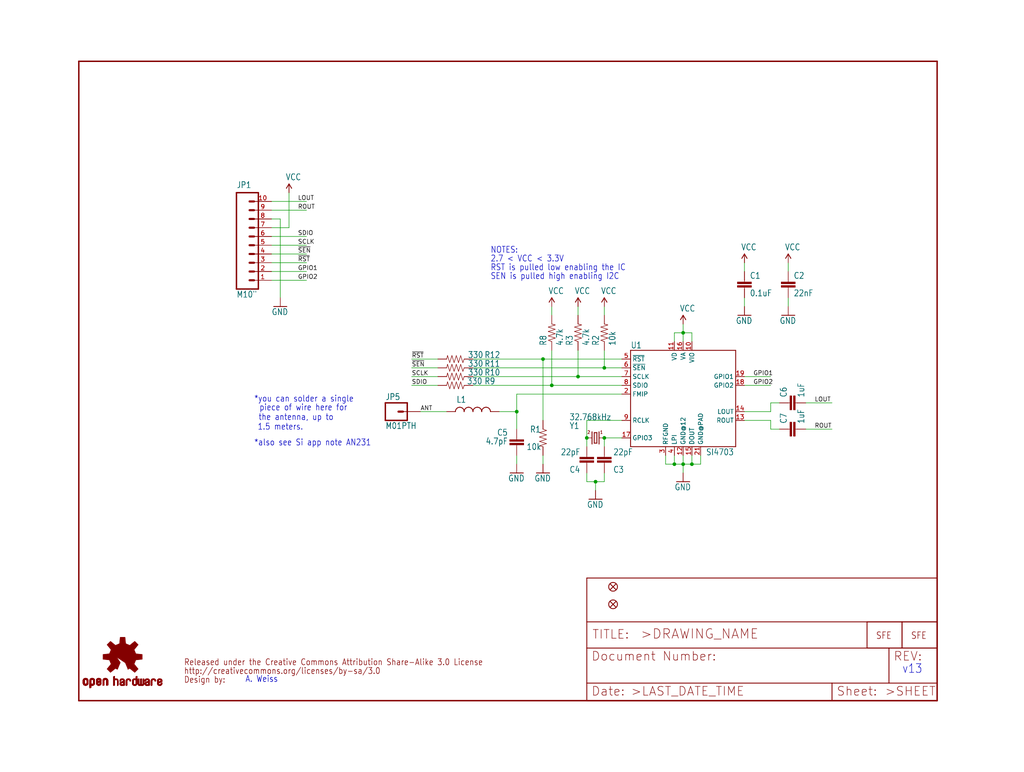
<source format=kicad_sch>
(kicad_sch (version 20211123) (generator eeschema)
  (paper "User" 297.002 223.926)
  (lib_symbols
    (symbol "eagleSchem-eagle-import:CAP0402-CAP"
      (property "Reference" "C" (at 1.524 2.921 0))
      (property "Value" "CAP0402-CAP" (at 1.524 -2.159 0))
      (symbol "CAP0402-CAP_1_0"
        (pin passive line (at 0 5.08 270) (length 2.54) (name "1") (number "1"))
        (pin passive line (at 0 -2.54 90) (length 2.54) (name "2") (number "2"))
      )
    )
    (symbol "eagleSchem-eagle-import:CREATIVE_COMMONS"
      (symbol "CREATIVE_COMMONS_1_0"
        (text "Design by:" (at 0 0 0) (effects (font (size 1.778 1.5113)) (justify left bottom)))
        (text "http://creativecommons.org/licenses/by-sa/3.0" (at 0 2.54 0) (effects (font (size 1.778 1.5113)) (justify left bottom)))
        (text "Released under the Creative Commons Attribution Share-Alike 3.0 License" (at 0 5.08 0) (effects (font (size 1.778 1.5113)) (justify left bottom)))
      )
    )
    (symbol "eagleSchem-eagle-import:CRYSTAL32-SMD"
      (property "Reference" "Y" (at 2.54 1.016 0))
      (property "Value" "CRYSTAL32-SMD" (at 2.54 -2.54 0))
      (symbol "CRYSTAL32-SMD_1_0"
        (text "1" (at -2.159 -1.143 0) (effects (font (size 0.8636 0.734)) (justify left bottom)))
        (text "2" (at 1.524 -1.143 0) (effects (font (size 0.8636 0.734)) (justify left bottom)))
        (pin passive line (at -2.54 0 0) (length 0) (name "1") (number "X1"))
        (pin passive line (at 2.54 0 180) (length 0) (name "2") (number "X2"))
      )
    )
    (symbol "eagleSchem-eagle-import:FIDUCIALUFIDUCIAL")
    (symbol "eagleSchem-eagle-import:FRAME-LETTER"
      (symbol "FRAME-LETTER_2_0"
        (text ">DRAWING_NAME" (at 15.494 17.78 0) (effects (font (size 2.7432 2.7432)) (justify left bottom)))
        (text ">LAST_DATE_TIME" (at 12.7 1.27 0) (effects (font (size 2.54 2.54)) (justify left bottom)))
        (text ">SHEET" (at 86.36 1.27 0) (effects (font (size 2.54 2.54)) (justify left bottom)))
        (text "Date:" (at 1.27 1.27 0) (effects (font (size 2.54 2.54)) (justify left bottom)))
        (text "Document Number:" (at 1.27 11.43 0) (effects (font (size 2.54 2.54)) (justify left bottom)))
        (text "REV:" (at 88.9 11.43 0) (effects (font (size 2.54 2.54)) (justify left bottom)))
        (text "Sheet:" (at 72.39 1.27 0) (effects (font (size 2.54 2.54)) (justify left bottom)))
        (text "TITLE:" (at 1.524 17.78 0) (effects (font (size 2.54 2.54)) (justify left bottom)))
      )
    )
    (symbol "eagleSchem-eagle-import:GND" (power)
      (property "Value" "GND" (at -2.54 -2.54 0))
      (symbol "GND_1_0"
        (pin power_in line (at 0 2.54 270) (length 2.54) (name "GND") (number "1"))
      )
    )
    (symbol "eagleSchem-eagle-import:INDUCTOR0402"
      (property "Reference" "L" (at 2.54 5.08 0))
      (property "Value" "INDUCTOR0402" (at 2.54 -5.08 0))
      (symbol "INDUCTOR0402_1_0"
        (pin passive line (at 0 7.62 270) (length 2.54) (name "1") (number "1"))
        (pin passive line (at 0 -7.62 90) (length 2.54) (name "2") (number "2"))
      )
    )
    (symbol "eagleSchem-eagle-import:LOGO-SFENW2"
      (symbol "LOGO-SFENW2_1_0"
        (text "SFE" (at 0 0 0) (effects (font (size 1.9304 1.6408)) (justify left bottom)))
      )
    )
    (symbol "eagleSchem-eagle-import:LOGO-SFESK"
      (symbol "LOGO-SFESK_1_0"
        (text "SFE" (at 0 0 0) (effects (font (size 1.9304 1.6408)) (justify left bottom)))
      )
    )
    (symbol "eagleSchem-eagle-import:M01PTH"
      (property "Reference" "JP" (at -2.54 3.302 0))
      (property "Value" "M01PTH" (at -2.54 -5.08 0))
      (symbol "M01PTH_1_0"
        (pin passive line (at 7.62 0 180) (length 5.08) (name "1") (number "1"))
      )
    )
    (symbol "eagleSchem-eagle-import:M10{dblquote}"
      (property "Reference" "JP" (at 0 8.89 0))
      (property "Value" "M10{dblquote}" (at 0 -22.86 0))
      (symbol "M10{dblquote}_1_0"
        (pin passive line (at 10.16 -17.78 180) (length 5.08) (name "1") (number "1"))
        (pin passive line (at 10.16 5.08 180) (length 5.08) (name "10") (number "10"))
        (pin passive line (at 10.16 -15.24 180) (length 5.08) (name "2") (number "2"))
        (pin passive line (at 10.16 -12.7 180) (length 5.08) (name "3") (number "3"))
        (pin passive line (at 10.16 -10.16 180) (length 5.08) (name "4") (number "4"))
        (pin passive line (at 10.16 -7.62 180) (length 5.08) (name "5") (number "5"))
        (pin passive line (at 10.16 -5.08 180) (length 5.08) (name "6") (number "6"))
        (pin passive line (at 10.16 -2.54 180) (length 5.08) (name "7") (number "7"))
        (pin passive line (at 10.16 0 180) (length 5.08) (name "8") (number "8"))
        (pin passive line (at 10.16 2.54 180) (length 5.08) (name "9") (number "9"))
      )
    )
    (symbol "eagleSchem-eagle-import:OSHW-LOGOS")
    (symbol "eagleSchem-eagle-import:RESISTOR0402-RES"
      (property "Reference" "R" (at -3.81 1.4986 0))
      (property "Value" "RESISTOR0402-RES" (at -3.81 -3.302 0))
      (symbol "RESISTOR0402-RES_1_0"
        (pin passive line (at -5.08 0 0) (length 2.54) (name "1") (number "1"))
        (pin passive line (at 5.08 0 180) (length 2.54) (name "2") (number "2"))
      )
    )
    (symbol "eagleSchem-eagle-import:SPARKFUN_SI470X"
      (property "Reference" "U" (at -15.24 15.24 0))
      (property "Value" "SPARKFUN_SI470X" (at -15.24 -17.78 0))
      (symbol "SPARKFUN_SI470X_1_0"
        (pin bidirectional line (at 2.54 15.24 270) (length 2.54) (name "VIO") (number "10"))
        (pin bidirectional line (at -2.54 15.24 270) (length 2.54) (name "VD") (number "11"))
        (pin bidirectional line (at 0 -17.78 90) (length 2.54) (name "GND@12") (number "12"))
        (pin bidirectional line (at 17.78 -7.62 180) (length 2.54) (name "ROUT") (number "13"))
        (pin bidirectional line (at 17.78 -5.08 180) (length 2.54) (name "LOUT") (number "14"))
        (pin bidirectional line (at 2.54 -17.78 90) (length 2.54) (name "DOUT") (number "15"))
        (pin bidirectional line (at 0 15.24 270) (length 2.54) (name "VA") (number "16"))
        (pin bidirectional line (at -17.78 -12.7 0) (length 2.54) (name "GPIO3") (number "17"))
        (pin bidirectional line (at 17.78 2.54 180) (length 2.54) (name "GPIO2") (number "18"))
        (pin bidirectional line (at 17.78 5.08 180) (length 2.54) (name "GPIO1") (number "19"))
        (pin bidirectional line (at -17.78 0 0) (length 2.54) (name "FMIP") (number "2"))
        (pin bidirectional line (at 5.08 -17.78 90) (length 2.54) (name "GND@PAD") (number "21"))
        (pin bidirectional line (at -5.08 -17.78 90) (length 2.54) (name "RFGND") (number "3"))
        (pin bidirectional line (at -2.54 -17.78 90) (length 2.54) (name "LPI") (number "4"))
        (pin bidirectional line (at -17.78 10.16 0) (length 2.54) (name "~{RST}") (number "5"))
        (pin bidirectional line (at -17.78 7.62 0) (length 2.54) (name "~{SEN}") (number "6"))
        (pin bidirectional line (at -17.78 5.08 0) (length 2.54) (name "SCLK") (number "7"))
        (pin bidirectional line (at -17.78 2.54 0) (length 2.54) (name "SDIO") (number "8"))
        (pin bidirectional line (at -17.78 -7.62 0) (length 2.54) (name "RCLK") (number "9"))
      )
    )
    (symbol "eagleSchem-eagle-import:VCC" (power)
      (property "Value" "VCC" (at -1.016 3.556 0))
      (symbol "VCC_1_0"
        (pin power_in line (at 0 0 90) (length 2.54) (name "VCC") (number "1"))
      )
    )
  )
  (junction (at 198.12 96.52))
  (junction (at 175.26 106.68))
  (junction (at 200.66 134.62))
  (junction (at 175.26 127))
  (junction (at 160.02 111.76))
  (junction (at 167.64 109.22))
  (junction (at 172.72 139.7))
  (junction (at 170.18 127))
  (junction (at 198.12 134.62))
  (junction (at 195.58 134.62))
  (junction (at 157.48 104.14))
  (junction (at 149.86 119.38))
  (wire (pts (xy 215.9 119.38) (xy 223.52 119.38)))
  (wire (pts (xy 223.52 121.92) (xy 223.52 124.46)))
  (wire (pts (xy 160.02 101.6) (xy 160.02 111.76)))
  (wire (pts (xy 170.18 139.7) (xy 172.72 139.7)))
  (wire (pts (xy 198.12 96.52) (xy 198.12 93.98)))
  (wire (pts (xy 78.74 78.74) (xy 88.9 78.74)))
  (wire (pts (xy 175.26 139.7) (xy 175.26 137.16)))
  (wire (pts (xy 233.68 124.46) (xy 241.3 124.46)))
  (wire (pts (xy 233.68 116.84) (xy 241.3 116.84)))
  (wire (pts (xy 223.52 119.38) (xy 223.52 116.84)))
  (wire (pts (xy 175.26 88.9) (xy 175.26 91.44)))
  (wire (pts (xy 170.18 127) (xy 170.18 129.54)))
  (wire (pts (xy 200.66 99.06) (xy 200.66 96.52)))
  (wire (pts (xy 193.04 132.08) (xy 193.04 134.62)))
  (wire (pts (xy 127 109.22) (xy 119.38 109.22)))
  (wire (pts (xy 167.64 109.22) (xy 137.16 109.22)))
  (wire (pts (xy 215.9 121.92) (xy 223.52 121.92)))
  (wire (pts (xy 160.02 111.76) (xy 137.16 111.76)))
  (wire (pts (xy 172.72 142.24) (xy 172.72 139.7)))
  (wire (pts (xy 198.12 137.16) (xy 198.12 134.62)))
  (wire (pts (xy 157.48 134.62) (xy 157.48 132.08)))
  (wire (pts (xy 195.58 132.08) (xy 195.58 134.62)))
  (wire (pts (xy 167.64 88.9) (xy 167.64 91.44)))
  (wire (pts (xy 180.34 111.76) (xy 160.02 111.76)))
  (wire (pts (xy 78.74 60.96) (xy 88.9 60.96)))
  (wire (pts (xy 160.02 88.9) (xy 160.02 91.44)))
  (wire (pts (xy 228.6 88.9) (xy 228.6 86.36)))
  (wire (pts (xy 195.58 134.62) (xy 198.12 134.62)))
  (wire (pts (xy 198.12 96.52) (xy 195.58 96.52)))
  (wire (pts (xy 78.74 81.28) (xy 88.9 81.28)))
  (wire (pts (xy 157.48 104.14) (xy 137.16 104.14)))
  (wire (pts (xy 83.82 66.04) (xy 78.74 66.04)))
  (wire (pts (xy 200.66 134.62) (xy 203.2 134.62)))
  (wire (pts (xy 170.18 121.92) (xy 170.18 127)))
  (wire (pts (xy 226.06 116.84) (xy 223.52 116.84)))
  (wire (pts (xy 78.74 71.12) (xy 88.9 71.12)))
  (wire (pts (xy 180.34 114.3) (xy 149.86 114.3)))
  (wire (pts (xy 175.26 106.68) (xy 175.26 101.6)))
  (wire (pts (xy 149.86 134.62) (xy 149.86 132.08)))
  (wire (pts (xy 78.74 58.42) (xy 88.9 58.42)))
  (wire (pts (xy 172.72 139.7) (xy 175.26 139.7)))
  (wire (pts (xy 200.66 96.52) (xy 198.12 96.52)))
  (wire (pts (xy 81.28 63.5) (xy 81.28 86.36)))
  (wire (pts (xy 215.9 88.9) (xy 215.9 86.36)))
  (wire (pts (xy 127 106.68) (xy 119.38 106.68)))
  (wire (pts (xy 78.74 73.66) (xy 88.9 73.66)))
  (wire (pts (xy 78.74 68.58) (xy 88.9 68.58)))
  (wire (pts (xy 78.74 76.2) (xy 88.9 76.2)))
  (wire (pts (xy 198.12 134.62) (xy 200.66 134.62)))
  (wire (pts (xy 180.34 121.92) (xy 170.18 121.92)))
  (wire (pts (xy 127 104.14) (xy 119.38 104.14)))
  (wire (pts (xy 198.12 132.08) (xy 198.12 134.62)))
  (wire (pts (xy 215.9 109.22) (xy 223.52 109.22)))
  (wire (pts (xy 127 111.76) (xy 119.38 111.76)))
  (wire (pts (xy 180.34 127) (xy 175.26 127)))
  (wire (pts (xy 198.12 99.06) (xy 198.12 96.52)))
  (wire (pts (xy 215.9 111.76) (xy 223.52 111.76)))
  (wire (pts (xy 200.66 132.08) (xy 200.66 134.62)))
  (wire (pts (xy 180.34 104.14) (xy 157.48 104.14)))
  (wire (pts (xy 149.86 124.46) (xy 149.86 119.38)))
  (wire (pts (xy 215.9 76.2) (xy 215.9 78.74)))
  (wire (pts (xy 180.34 106.68) (xy 175.26 106.68)))
  (wire (pts (xy 157.48 104.14) (xy 157.48 121.92)))
  (wire (pts (xy 180.34 109.22) (xy 167.64 109.22)))
  (wire (pts (xy 129.54 119.38) (xy 121.92 119.38)))
  (wire (pts (xy 193.04 134.62) (xy 195.58 134.62)))
  (wire (pts (xy 170.18 137.16) (xy 170.18 139.7)))
  (wire (pts (xy 149.86 119.38) (xy 144.78 119.38)))
  (wire (pts (xy 83.82 66.04) (xy 83.82 55.88)))
  (wire (pts (xy 149.86 114.3) (xy 149.86 119.38)))
  (wire (pts (xy 228.6 76.2) (xy 228.6 78.74)))
  (wire (pts (xy 175.26 106.68) (xy 137.16 106.68)))
  (wire (pts (xy 195.58 96.52) (xy 195.58 99.06)))
  (wire (pts (xy 226.06 124.46) (xy 223.52 124.46)))
  (wire (pts (xy 175.26 127) (xy 175.26 129.54)))
  (wire (pts (xy 81.28 63.5) (xy 78.74 63.5)))
  (wire (pts (xy 203.2 134.62) (xy 203.2 132.08)))
  (wire (pts (xy 167.64 101.6) (xy 167.64 109.22)))
  (text "the antenna, up to" (at 74.93 122.174 180) (effects (font (size 1.778 1.5113)) (justify left bottom)))
  (text "piece of wire here for" (at 75.184 119.38 180) (effects (font (size 1.778 1.5113)) (justify left bottom)))
  (text "*you can solder a single" (at 73.66 116.84 180) (effects (font (size 1.778 1.5113)) (justify left bottom)))
  (text "*also see Si app note AN231" (at 73.66 129.54 180) (effects (font (size 1.778 1.5113)) (justify left bottom)))
  (text "v13" (at 261.62 195.58 180) (effects (font (size 2.54 2.159)) (justify left bottom)))
  (text "NOTES:" (at 142.24 73.66 180) (effects (font (size 1.778 1.5113)) (justify left bottom)))
  (text "A. Weiss" (at 71.12 198.12 180) (effects (font (size 1.778 1.5113)) (justify left bottom)))
  (text "2.7 < VCC < 3.3V" (at 142.24 76.2 180) (effects (font (size 1.778 1.5113)) (justify left bottom)))
  (text "RST is pulled low enabling the IC" (at 142.24 78.74 180) (effects (font (size 1.778 1.5113)) (justify left bottom)))
  (text "1.5 meters." (at 74.676 124.968 180) (effects (font (size 1.778 1.5113)) (justify left bottom)))
  (text "SEN is pulled high enabling I2C" (at 142.24 81.28 180) (effects (font (size 1.778 1.5113)) (justify left bottom)))
  (label "~{SEN}" (at 86.36 73.66 0) (effects (font (size 1.2446 1.2446))))
  (label "GPIO1" (at 86.36 78.74 0) (effects (font (size 1.2446 1.2446))))
  (label "GPIO1" (at 218.44 109.22 0) (effects (font (size 1.2446 1.2446))))
  (label "ROUT" (at 86.36 60.96 0) (effects (font (size 1.2446 1.2446))))
  (label "ROUT" (at 236.22 124.46 0) (effects (font (size 1.2446 1.2446))))
  (label "SCLK" (at 86.36 71.12 0) (effects (font (size 1.2446 1.2446))))
  (label "~{RST}" (at 86.36 76.2 0) (effects (font (size 1.2446 1.2446))))
  (label "LOUT" (at 236.22 116.84 0) (effects (font (size 1.2446 1.2446))))
  (label "SDIO" (at 86.36 68.58 0) (effects (font (size 1.2446 1.2446))))
  (label "GPIO2" (at 86.36 81.28 0) (effects (font (size 1.2446 1.2446))))
  (label "SCLK" (at 119.38 109.22 0) (effects (font (size 1.2446 1.2446))))
  (label "SDIO" (at 119.38 111.76 0) (effects (font (size 1.2446 1.2446))))
  (label "~{SEN}" (at 119.38 106.68 0) (effects (font (size 1.2446 1.2446))))
  (label "GPIO2" (at 218.44 111.76 0) (effects (font (size 1.2446 1.2446))))
  (label "~{RST}" (at 119.38 104.14 0) (effects (font (size 1.2446 1.2446))))
  (label "ANT" (at 121.92 119.38 0) (effects (font (size 1.2446 1.2446))))
  (label "LOUT" (at 86.36 58.42 0) (effects (font (size 1.2446 1.2446))))
  (symbol (lib_id "eagleSchem-eagle-import:FRAME-LETTER") (at 22.86 203.2 0) (unit 1)
    (property "Reference" "#FRAME1" (effects hide))
    (property "Value" "FRAME-LETTER" (effects hide))
    (property "Footprint" "eagleSchem:" (effects hide))
  )
  (symbol (lib_id "eagleSchem-eagle-import:RESISTOR0402-RES") (at 160.02 96.52 90) (unit 1)
    (property "Reference" "R8" (at 158.5214 100.33 0) (effects (font (size 1.778 1.5113)) (justify left bottom)))
    (property "Value" "4.7k" (at 163.322 100.33 0) (effects (font (size 1.778 1.5113)) (justify left bottom)))
    (property "Footprint" "eagleSchem:0402-RES" (effects hide))
  )
  (symbol (lib_id "eagleSchem-eagle-import:VCC") (at 83.82 55.88 0) (unit 1)
    (property "Reference" "#P+18" (effects hide))
    (property "Value" "VCC" (at 82.804 52.324 0) (effects (font (size 1.778 1.5113)) (justify left bottom)))
    (property "Footprint" "eagleSchem:" (effects hide))
  )
  (symbol (lib_id "eagleSchem-eagle-import:FIDUCIALUFIDUCIAL") (at 177.8 170.18 0) (unit 1)
    (property "Reference" "JP6" (effects hide))
    (property "Value" "FIDUCIALUFIDUCIAL" (effects hide))
    (property "Footprint" "eagleSchem:MICRO-FIDUCIAL" (effects hide))
  )
  (symbol (lib_id "eagleSchem-eagle-import:GND") (at 215.9 91.44 0) (unit 1)
    (property "Reference" "#GND5" (effects hide))
    (property "Value" "GND" (at 213.36 93.98 0) (effects (font (size 1.778 1.5113)) (justify left bottom)))
    (property "Footprint" "eagleSchem:" (effects hide))
  )
  (symbol (lib_id "eagleSchem-eagle-import:RESISTOR0402-RES") (at 132.08 111.76 180) (unit 1)
    (property "Reference" "R9" (at 140.462 111.506 0) (effects (font (size 1.778 1.5113)) (justify right top)))
    (property "Value" "330" (at 135.382 111.506 0) (effects (font (size 1.778 1.5113)) (justify right top)))
    (property "Footprint" "eagleSchem:0402-RES" (effects hide))
  )
  (symbol (lib_id "eagleSchem-eagle-import:CAP0402-CAP") (at 175.26 132.08 180) (unit 1)
    (property "Reference" "C3" (at 177.8 137.16 0) (effects (font (size 1.778 1.5113)) (justify right top)))
    (property "Value" "22pF" (at 177.8 132.08 0) (effects (font (size 1.778 1.5113)) (justify right top)))
    (property "Footprint" "eagleSchem:0402-CAP" (effects hide))
  )
  (symbol (lib_id "eagleSchem-eagle-import:CAP0402-CAP") (at 231.14 124.46 90) (unit 1)
    (property "Reference" "C7" (at 228.219 122.936 0) (effects (font (size 1.778 1.5113)) (justify left bottom)))
    (property "Value" "1uF" (at 233.299 122.936 0) (effects (font (size 1.778 1.5113)) (justify left bottom)))
    (property "Footprint" "eagleSchem:0402-CAP" (effects hide))
  )
  (symbol (lib_id "eagleSchem-eagle-import:CRYSTAL32-SMD") (at 172.72 127 180) (unit 1)
    (property "Reference" "Y1" (at 165.1 124.46 0) (effects (font (size 1.778 1.5113)) (justify right top)))
    (property "Value" "32.768kHz" (at 165.1 121.92 0) (effects (font (size 1.778 1.5113)) (justify right top)))
    (property "Footprint" "eagleSchem:CRYSTAL-32KHZ-SMD" (effects hide))
  )
  (symbol (lib_id "eagleSchem-eagle-import:GND") (at 81.28 88.9 0) (unit 1)
    (property "Reference" "#GND10" (effects hide))
    (property "Value" "GND" (at 78.74 91.44 0) (effects (font (size 1.778 1.5113)) (justify left bottom)))
    (property "Footprint" "eagleSchem:" (effects hide))
  )
  (symbol (lib_id "eagleSchem-eagle-import:M10{dblquote}") (at 68.58 63.5 0) (unit 1)
    (property "Reference" "JP1" (at 68.58 54.61 0) (effects (font (size 1.778 1.5113)) (justify left bottom)))
    (property "Value" "M10{dblquote}" (at 68.58 86.36 0) (effects (font (size 1.778 1.5113)) (justify left bottom)))
    (property "Footprint" "eagleSchem:1X10" (effects hide))
  )
  (symbol (lib_id "eagleSchem-eagle-import:RESISTOR0402-RES") (at 132.08 106.68 180) (unit 1)
    (property "Reference" "R11" (at 140.462 106.426 0) (effects (font (size 1.778 1.5113)) (justify right top)))
    (property "Value" "330" (at 135.636 106.426 0) (effects (font (size 1.778 1.5113)) (justify right top)))
    (property "Footprint" "eagleSchem:0402-RES" (effects hide))
  )
  (symbol (lib_id "eagleSchem-eagle-import:GND") (at 198.12 139.7 0) (unit 1)
    (property "Reference" "#GND1" (effects hide))
    (property "Value" "GND" (at 195.58 142.24 0) (effects (font (size 1.778 1.5113)) (justify left bottom)))
    (property "Footprint" "eagleSchem:" (effects hide))
  )
  (symbol (lib_id "eagleSchem-eagle-import:CAP0402-CAP") (at 231.14 116.84 90) (unit 1)
    (property "Reference" "C6" (at 228.219 115.316 0) (effects (font (size 1.778 1.5113)) (justify left bottom)))
    (property "Value" "1uF" (at 233.299 115.316 0) (effects (font (size 1.778 1.5113)) (justify left bottom)))
    (property "Footprint" "eagleSchem:0402-CAP" (effects hide))
  )
  (symbol (lib_id "eagleSchem-eagle-import:RESISTOR0402-RES") (at 132.08 109.22 180) (unit 1)
    (property "Reference" "R10" (at 140.462 108.966 0) (effects (font (size 1.778 1.5113)) (justify right top)))
    (property "Value" "330" (at 135.636 108.966 0) (effects (font (size 1.778 1.5113)) (justify right top)))
    (property "Footprint" "eagleSchem:0402-RES" (effects hide))
  )
  (symbol (lib_id "eagleSchem-eagle-import:VCC") (at 215.9 76.2 0) (unit 1)
    (property "Reference" "#P+7" (effects hide))
    (property "Value" "VCC" (at 214.884 72.644 0) (effects (font (size 1.778 1.5113)) (justify left bottom)))
    (property "Footprint" "eagleSchem:" (effects hide))
  )
  (symbol (lib_id "eagleSchem-eagle-import:CAP0402-CAP") (at 215.9 83.82 0) (unit 1)
    (property "Reference" "C1" (at 217.424 80.899 0) (effects (font (size 1.778 1.5113)) (justify left bottom)))
    (property "Value" "0.1uF" (at 217.424 85.979 0) (effects (font (size 1.778 1.5113)) (justify left bottom)))
    (property "Footprint" "eagleSchem:0402-CAP" (effects hide))
  )
  (symbol (lib_id "eagleSchem-eagle-import:INDUCTOR0402") (at 137.16 119.38 90) (unit 1)
    (property "Reference" "L1" (at 132.334 116.84 90) (effects (font (size 1.778 1.5113)) (justify right top)))
    (property "Value" "ferrite" (at 131.826 122.428 90) (effects (font (size 1.778 1.5113)) (justify right top)))
    (property "Footprint" "eagleSchem:C0402" (effects hide))
    (property "Value" "ferrite" (effects hide))
  )
  (symbol (lib_id "eagleSchem-eagle-import:CREATIVE_COMMONS") (at 53.34 198.12 0) (unit 1)
    (property "Reference" "U$1" (effects hide))
    (property "Value" "CREATIVE_COMMONS" (effects hide))
    (property "Footprint" "eagleSchem:CREATIVE_COMMONS" (effects hide))
  )
  (symbol (lib_id "eagleSchem-eagle-import:FIDUCIALUFIDUCIAL") (at 177.8 175.26 0) (unit 1)
    (property "Reference" "JP4" (effects hide))
    (property "Value" "FIDUCIALUFIDUCIAL" (effects hide))
    (property "Footprint" "eagleSchem:MICRO-FIDUCIAL" (effects hide))
  )
  (symbol (lib_id "eagleSchem-eagle-import:VCC") (at 167.64 88.9 0) (unit 1)
    (property "Reference" "#P+4" (effects hide))
    (property "Value" "VCC" (at 166.624 85.344 0) (effects (font (size 1.778 1.5113)) (justify left bottom)))
    (property "Footprint" "eagleSchem:" (effects hide))
  )
  (symbol (lib_id "eagleSchem-eagle-import:RESISTOR0402-RES") (at 132.08 104.14 180) (unit 1)
    (property "Reference" "R12" (at 140.462 103.886 0) (effects (font (size 1.778 1.5113)) (justify right top)))
    (property "Value" "330" (at 135.636 103.886 0) (effects (font (size 1.778 1.5113)) (justify right top)))
    (property "Footprint" "eagleSchem:0402-RES" (effects hide))
  )
  (symbol (lib_id "eagleSchem-eagle-import:SPARKFUN_SI470X") (at 198.12 114.3 0) (unit 1)
    (property "Reference" "U1" (at 182.88 101.092 0) (effects (font (size 1.778 1.5113)) (justify left bottom)))
    (property "Value" "SI4703" (at 204.724 132.08 0) (effects (font (size 1.778 1.5113)) (justify left bottom)))
    (property "Footprint" "eagleSchem:SPARKFUN_SI470X" (effects hide))
  )
  (symbol (lib_id "eagleSchem-eagle-import:OSHW-LOGOS") (at 35.56 190.5 0) (unit 1)
    (property "Reference" "U$3" (effects hide))
    (property "Value" "OSHW-LOGOS" (effects hide))
    (property "Footprint" "eagleSchem:OSHW-LOGO-S" (effects hide))
  )
  (symbol (lib_id "eagleSchem-eagle-import:VCC") (at 228.6 76.2 0) (unit 1)
    (property "Reference" "#P+8" (effects hide))
    (property "Value" "VCC" (at 227.584 72.644 0) (effects (font (size 1.778 1.5113)) (justify left bottom)))
    (property "Footprint" "eagleSchem:" (effects hide))
  )
  (symbol (lib_id "eagleSchem-eagle-import:VCC") (at 175.26 88.9 0) (unit 1)
    (property "Reference" "#P+5" (effects hide))
    (property "Value" "VCC" (at 174.244 85.344 0) (effects (font (size 1.778 1.5113)) (justify left bottom)))
    (property "Footprint" "eagleSchem:" (effects hide))
  )
  (symbol (lib_id "eagleSchem-eagle-import:LOGO-SFESK") (at 254 185.42 0) (unit 1)
    (property "Reference" "JP3" (effects hide))
    (property "Value" "LOGO-SFESK" (effects hide))
    (property "Footprint" "eagleSchem:SFE-LOGO-FLAME" (effects hide))
  )
  (symbol (lib_id "eagleSchem-eagle-import:VCC") (at 198.12 93.98 0) (unit 1)
    (property "Reference" "#P+6" (effects hide))
    (property "Value" "VCC" (at 197.104 90.424 0) (effects (font (size 1.778 1.5113)) (justify left bottom)))
    (property "Footprint" "eagleSchem:" (effects hide))
  )
  (symbol (lib_id "eagleSchem-eagle-import:VCC") (at 160.02 88.9 0) (unit 1)
    (property "Reference" "#P+3" (effects hide))
    (property "Value" "VCC" (at 159.004 85.344 0) (effects (font (size 1.778 1.5113)) (justify left bottom)))
    (property "Footprint" "eagleSchem:" (effects hide))
  )
  (symbol (lib_id "eagleSchem-eagle-import:CAP0402-CAP") (at 149.86 129.54 0) (unit 1)
    (property "Reference" "C5" (at 147.32 124.46 0) (effects (font (size 1.778 1.5113)) (justify right top)))
    (property "Value" "4.7pF" (at 147.32 127 0) (effects (font (size 1.778 1.5113)) (justify right top)))
    (property "Footprint" "eagleSchem:0402-CAP" (effects hide))
  )
  (symbol (lib_id "eagleSchem-eagle-import:GND") (at 228.6 91.44 0) (unit 1)
    (property "Reference" "#GND6" (effects hide))
    (property "Value" "GND" (at 226.06 93.98 0) (effects (font (size 1.778 1.5113)) (justify left bottom)))
    (property "Footprint" "eagleSchem:" (effects hide))
  )
  (symbol (lib_id "eagleSchem-eagle-import:FRAME-LETTER") (at 170.18 203.2 0) (unit 2)
    (property "Reference" "#FRAME1" (effects hide))
    (property "Value" "FRAME-LETTER" (effects hide))
    (property "Footprint" "eagleSchem:" (effects hide))
  )
  (symbol (lib_id "eagleSchem-eagle-import:GND") (at 157.48 137.16 0) (unit 1)
    (property "Reference" "#GND4" (effects hide))
    (property "Value" "GND" (at 154.94 139.7 0) (effects (font (size 1.778 1.5113)) (justify left bottom)))
    (property "Footprint" "eagleSchem:" (effects hide))
  )
  (symbol (lib_id "eagleSchem-eagle-import:CAP0402-CAP") (at 228.6 83.82 0) (unit 1)
    (property "Reference" "C2" (at 230.124 80.899 0) (effects (font (size 1.778 1.5113)) (justify left bottom)))
    (property "Value" "22nF" (at 230.124 85.979 0) (effects (font (size 1.778 1.5113)) (justify left bottom)))
    (property "Footprint" "eagleSchem:0402-CAP" (effects hide))
  )
  (symbol (lib_id "eagleSchem-eagle-import:RESISTOR0402-RES") (at 167.64 96.52 90) (unit 1)
    (property "Reference" "R3" (at 166.1414 100.33 0) (effects (font (size 1.778 1.5113)) (justify left bottom)))
    (property "Value" "4.7k" (at 170.942 100.33 0) (effects (font (size 1.778 1.5113)) (justify left bottom)))
    (property "Footprint" "eagleSchem:0402-RES" (effects hide))
  )
  (symbol (lib_id "eagleSchem-eagle-import:M01PTH") (at 114.3 119.38 0) (unit 1)
    (property "Reference" "JP5" (at 111.76 116.078 0) (effects (font (size 1.778 1.5113)) (justify left bottom)))
    (property "Value" "M01PTH" (at 111.76 124.46 0) (effects (font (size 1.778 1.5113)) (justify left bottom)))
    (property "Footprint" "eagleSchem:1X01" (effects hide))
  )
  (symbol (lib_id "eagleSchem-eagle-import:GND") (at 149.86 137.16 0) (unit 1)
    (property "Reference" "#GND8" (effects hide))
    (property "Value" "GND" (at 147.32 139.7 0) (effects (font (size 1.778 1.5113)) (justify left bottom)))
    (property "Footprint" "eagleSchem:" (effects hide))
  )
  (symbol (lib_id "eagleSchem-eagle-import:CAP0402-CAP") (at 170.18 132.08 180) (unit 1)
    (property "Reference" "C4" (at 165.1 137.16 0) (effects (font (size 1.778 1.5113)) (justify right top)))
    (property "Value" "22pF" (at 162.56 132.08 0) (effects (font (size 1.778 1.5113)) (justify right top)))
    (property "Footprint" "eagleSchem:0402-CAP" (effects hide))
  )
  (symbol (lib_id "eagleSchem-eagle-import:GND") (at 172.72 144.78 0) (unit 1)
    (property "Reference" "#GND2" (effects hide))
    (property "Value" "GND" (at 170.18 147.32 0) (effects (font (size 1.778 1.5113)) (justify left bottom)))
    (property "Footprint" "eagleSchem:" (effects hide))
  )
  (symbol (lib_id "eagleSchem-eagle-import:LOGO-SFENW2") (at 264.16 185.42 0) (unit 1)
    (property "Reference" "JP2" (effects hide))
    (property "Value" "LOGO-SFENW2" (effects hide))
    (property "Footprint" "eagleSchem:SFE-NEW-WEB" (effects hide))
  )
  (symbol (lib_id "eagleSchem-eagle-import:RESISTOR0402-RES") (at 157.48 127 270) (unit 1)
    (property "Reference" "R1" (at 153.67 125.5014 90) (effects (font (size 1.778 1.5113)) (justify left bottom)))
    (property "Value" "10k" (at 152.654 130.556 90) (effects (font (size 1.778 1.5113)) (justify left bottom)))
    (property "Footprint" "eagleSchem:0402-RES" (effects hide))
  )
  (symbol (lib_id "eagleSchem-eagle-import:RESISTOR0402-RES") (at 175.26 96.52 90) (unit 1)
    (property "Reference" "R2" (at 173.7614 100.33 0) (effects (font (size 1.778 1.5113)) (justify left bottom)))
    (property "Value" "10k" (at 178.562 100.33 0) (effects (font (size 1.778 1.5113)) (justify left bottom)))
    (property "Footprint" "eagleSchem:0402-RES" (effects hide))
  )
)
</source>
